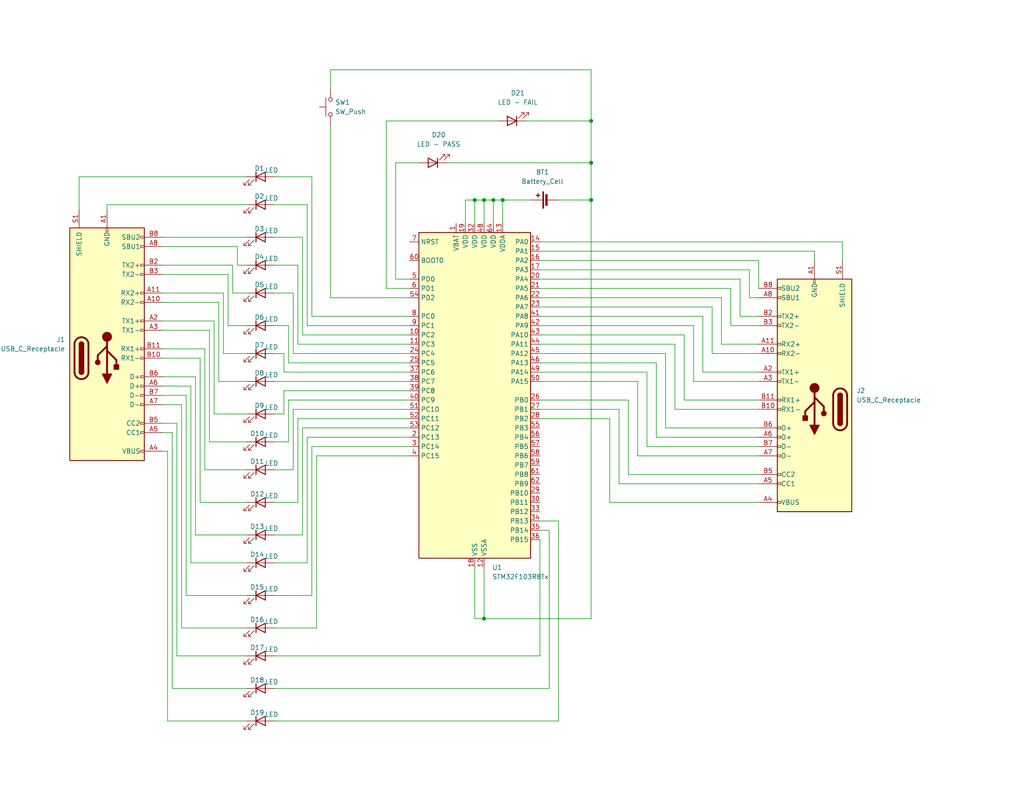
<source format=kicad_sch>
(kicad_sch (version 20231120) (generator "eeschema") (generator_version "8.0")
  (paper "USLetter")
  (title_block (title "USB_CSI") (date "2024-11-20") (rev "1") (company "Yusuf Mohsinally"))
  (lib_symbols
    (symbol "Connector:USB_C_Receptacle" (pin_names (offset 1.016))
      (property "Reference" "J" (at -10.16 29.21 0))
      (property "Value" "USB_C_Receptacle" (at 10.16 29.21 0))
      (symbol "USB_C_Receptacle_0_0"
        (rectangle (start -0.254 -35.56) (end 0.254 -34.544))
        (rectangle (start 10.16 -32.766) (end 9.144 -33.274))
        (rectangle (start 10.16 -30.226) (end 9.144 -30.734))
        (rectangle (start 10.16 -25.146) (end 9.144 -25.654))
        (rectangle (start 10.16 -22.606) (end 9.144 -23.114))
        (rectangle (start 10.16 -17.526) (end 9.144 -18.034))
        (rectangle (start 10.16 -14.986) (end 9.144 -15.494))
        (rectangle (start 10.16 -9.906) (end 9.144 -10.414))
        (rectangle (start 10.16 -7.366) (end 9.144 -7.874))
        (rectangle (start 10.16 -2.286) (end 9.144 -2.794))
        (rectangle (start 10.16 0.254) (end 9.144 -0.254))
        (rectangle (start 10.16 5.334) (end 9.144 4.826))
        (rectangle (start 10.16 7.874) (end 9.144 7.366))
        (rectangle (start 10.16 10.414) (end 9.144 9.906))
        (rectangle (start 10.16 12.954) (end 9.144 12.446))
        (rectangle (start 10.16 18.034) (end 9.144 17.526))
        (rectangle (start 10.16 20.574) (end 9.144 20.066))
        (rectangle (start 10.16 25.654) (end 9.144 25.146))
      )
      (symbol "USB_C_Receptacle_0_1"
        (rectangle (start -10.16 27.94) (end 10.16 -35.56) (stroke (width 0.254)) (fill (type background)))
        (arc (start -8.89 -3.81) (mid -6.985 -5.7067) (end -5.08 -3.81) (stroke (width 0.508)))
        (arc (start -7.62 -3.81) (mid -6.985 -4.4423) (end -6.35 -3.81) (stroke (width 0.254)))
        (arc (start -7.62 -3.81) (mid -6.985 -4.4423) (end -6.35 -3.81) (stroke (width 0.254)) (fill (type outline)))
        (rectangle (start -7.62 -3.81) (end -6.35 3.81) (stroke (width 0.254)) (fill (type outline)))
        (arc (start -6.35 3.81) (mid -6.985 4.4423) (end -7.62 3.81) (stroke (width 0.254)))
        (arc (start -6.35 3.81) (mid -6.985 4.4423) (end -7.62 3.81) (stroke (width 0.254)) (fill (type outline)))
        (arc (start -5.08 3.81) (mid -6.985 5.7067) (end -8.89 3.81) (stroke (width 0.508)))
        (polyline (pts (xy -8.89 -3.81) (xy -8.89 3.81)) (stroke (width 0.508)))
        (polyline (pts (xy -5.08 3.81) (xy -5.08 -3.81)) (stroke (width 0.508)))
      )
      (symbol "USB_C_Receptacle_1_1"
        (circle (center -2.54 1.143) (radius 0.635) (stroke (width 0.254)) (fill (type outline)))
        (circle (center 0 -5.842) (radius 1.27) (fill (type outline)))
        (polyline (pts (xy 0 -5.842) (xy 0 4.318)) (stroke (width 0.508)))
        (polyline (pts (xy 0 -3.302) (xy -2.54 -0.762) (xy -2.54 0.508)) (stroke (width 0.508)))
        (polyline (pts (xy 0 -2.032) (xy 2.54 0.508) (xy 2.54 1.778)) (stroke (width 0.508)))
        (polyline (pts (xy -1.27 4.318) (xy 0 6.858) (xy 1.27 4.318) (xy -1.27 4.318)) (stroke (width 0.254)) (fill (type outline)))
        (rectangle (start 1.905 1.778) (end 3.175 3.048) (stroke (width 0.254)) (fill (type outline)))
        (pin passive line (at 0 -40.64 90) (length 5.08) (name "GND") (number "A1"))
        (pin bidirectional line (at 15.24 -15.24 180) (length 5.08) (name "RX2-") (number "A10"))
        (pin bidirectional line (at 15.24 -17.78 180) (length 5.08) (name "RX2+") (number "A11"))
        (pin passive line (at 0 -40.64 90) (length 5.08) hide (name "GND") (number "A12"))
        (pin bidirectional line (at 15.24 -10.16 180) (length 5.08) (name "TX1+") (number "A2"))
        (pin bidirectional line (at 15.24 -7.62 180) (length 5.08) (name "TX1-") (number "A3"))
        (pin passive line (at 15.24 25.4 180) (length 5.08) (name "VBUS") (number "A4"))
        (pin bidirectional line (at 15.24 20.32 180) (length 5.08) (name "CC1") (number "A5"))
        (pin bidirectional line (at 15.24 7.62 180) (length 5.08) (name "D+") (number "A6"))
        (pin bidirectional line (at 15.24 12.7 180) (length 5.08) (name "D-") (number "A7"))
        (pin bidirectional line (at 15.24 -30.48 180) (length 5.08) (name "SBU1") (number "A8"))
        (pin passive line (at 15.24 25.4 180) (length 5.08) hide (name "VBUS") (number "A9"))
        (pin passive line (at 0 -40.64 90) (length 5.08) hide (name "GND") (number "B1"))
        (pin bidirectional line (at 15.24 0 180) (length 5.08) (name "RX1-") (number "B10"))
        (pin bidirectional line (at 15.24 -2.54 180) (length 5.08) (name "RX1+") (number "B11"))
        (pin passive line (at 0 -40.64 90) (length 5.08) hide (name "GND") (number "B12"))
        (pin bidirectional line (at 15.24 -25.4 180) (length 5.08) (name "TX2+") (number "B2"))
        (pin bidirectional line (at 15.24 -22.86 180) (length 5.08) (name "TX2-") (number "B3"))
        (pin passive line (at 15.24 25.4 180) (length 5.08) hide (name "VBUS") (number "B4"))
        (pin bidirectional line (at 15.24 17.78 180) (length 5.08) (name "CC2") (number "B5"))
        (pin bidirectional line (at 15.24 5.08 180) (length 5.08) (name "D+") (number "B6"))
        (pin bidirectional line (at 15.24 10.16 180) (length 5.08) (name "D-") (number "B7"))
        (pin bidirectional line (at 15.24 -33.02 180) (length 5.08) (name "SBU2") (number "B8"))
        (pin passive line (at 15.24 25.4 180) (length 5.08) hide (name "VBUS") (number "B9"))
        (pin passive line (at -7.62 -40.64 90) (length 5.08) (name "SHIELD") (number "S1"))
      )
    )
    (symbol "Device:Battery_Cell" (pin_numbers hide) (pin_names (offset 0) hide)
      (property "Reference" "BT" (at 2.54 2.54 0))
      (property "Value" "Battery_Cell" (at 2.54 0 0))
      (symbol "Battery_Cell_0_1"
        (rectangle (start -2.286 1.778) (end 2.286 1.524) (fill (type outline)))
        (rectangle (start -1.524 1.016) (end 1.524 0.508) (fill (type outline)))
        (polyline (pts (xy 0 0.762) (xy 0 0)))
        (polyline (pts (xy 0 1.778) (xy 0 2.54)))
        (polyline (pts (xy 0.762 3.048) (xy 1.778 3.048)) (stroke (width 0.254)))
        (polyline (pts (xy 1.27 3.556) (xy 1.27 2.54)) (stroke (width 0.254)))
      )
      (symbol "Battery_Cell_1_1"
        (pin passive line (at 0 5.08 270) (length 2.54) (name "+") (number "1"))
        (pin passive line (at 0 -2.54 90) (length 2.54) (name "-") (number "2"))
      )
    )
    (symbol "Device:LED" (pin_numbers hide) (pin_names (offset 1.016) hide)
      (property "Reference" "D" (at 0 2.54 0))
      (property "Value" "LED" (at 0 -2.54 0))
      (symbol "LED_0_1"
        (polyline (pts (xy -1.27 -1.27) (xy -1.27 1.27)) (stroke (width 0.254)))
        (polyline (pts (xy -1.27 0) (xy 1.27 0)))
        (polyline (pts (xy 1.27 -1.27) (xy 1.27 1.27) (xy -1.27 0) (xy 1.27 -1.27)) (stroke (width 0.254)))
        (polyline (pts (xy -3.048 -0.762) (xy -4.572 -2.286) (xy -3.81 -2.286) (xy -4.572 -2.286) (xy -4.572 -1.524)))
        (polyline (pts (xy -1.778 -0.762) (xy -3.302 -2.286) (xy -2.54 -2.286) (xy -3.302 -2.286) (xy -3.302 -1.524)))
      )
      (symbol "LED_1_1"
        (pin passive line (at -3.81 0 0) (length 2.54) (name "K") (number "1"))
        (pin passive line (at 3.81 0 180) (length 2.54) (name "A") (number "2"))
      )
    )
    (symbol "MCU_ST_STM32F1:STM32F103R8Tx"
      (property "Reference" "U" (at -15.24 46.99 0))
      (property "Value" "STM32F103R8Tx" (at 10.16 46.99 0))
      (symbol "STM32F103R8Tx_0_1"
        (rectangle (start -15.24 -43.18) (end 15.24 45.72) (stroke (width 0.254)) (fill (type background)))
      )
      (symbol "STM32F103R8Tx_1_1"
        (pin power_in line (at -5.08 48.26 270) (length 2.54) (name "VBAT") (number "1"))
        (pin bidirectional line (at -17.78 17.78 0) (length 2.54) (name "PC2") (number "10"))
        (pin bidirectional line (at -17.78 15.24 0) (length 2.54) (name "PC3") (number "11"))
        (pin power_in line (at 2.54 -45.72 90) (length 2.54) (name "VSSA") (number "12"))
        (pin power_in line (at 7.62 48.26 270) (length 2.54) (name "VDDA") (number "13"))
        (pin bidirectional line (at 17.78 43.18 180) (length 2.54) (name "PA0") (number "14"))
        (pin bidirectional line (at 17.78 40.64 180) (length 2.54) (name "PA1") (number "15"))
        (pin bidirectional line (at 17.78 38.1 180) (length 2.54) (name "PA2") (number "16"))
        (pin bidirectional line (at 17.78 35.56 180) (length 2.54) (name "PA3") (number "17"))
        (pin power_in line (at 0 -45.72 90) (length 2.54) (name "VSS") (number "18"))
        (pin power_in line (at -2.54 48.26 270) (length 2.54) (name "VDD") (number "19"))
        (pin bidirectional line (at -17.78 -10.16 0) (length 2.54) (name "PC13") (number "2"))
        (pin bidirectional line (at 17.78 33.02 180) (length 2.54) (name "PA4") (number "20"))
        (pin bidirectional line (at 17.78 30.48 180) (length 2.54) (name "PA5") (number "21"))
        (pin bidirectional line (at 17.78 27.94 180) (length 2.54) (name "PA6") (number "22"))
        (pin bidirectional line (at 17.78 25.4 180) (length 2.54) (name "PA7") (number "23"))
        (pin bidirectional line (at -17.78 12.7 0) (length 2.54) (name "PC4") (number "24"))
        (pin bidirectional line (at -17.78 10.16 0) (length 2.54) (name "PC5") (number "25"))
        (pin bidirectional line (at 17.78 0 180) (length 2.54) (name "PB0") (number "26"))
        (pin bidirectional line (at 17.78 -2.54 180) (length 2.54) (name "PB1") (number "27"))
        (pin bidirectional line (at 17.78 -5.08 180) (length 2.54) (name "PB2") (number "28"))
        (pin bidirectional line (at 17.78 -25.4 180) (length 2.54) (name "PB10") (number "29"))
        (pin bidirectional line (at -17.78 -12.7 0) (length 2.54) (name "PC14") (number "3"))
        (pin bidirectional line (at 17.78 -27.94 180) (length 2.54) (name "PB11") (number "30"))
        (pin passive line (at 0 -45.72 90) (length 2.54) hide (name "VSS") (number "31"))
        (pin power_in line (at 0 48.26 270) (length 2.54) (name "VDD") (number "32"))
        (pin bidirectional line (at 17.78 -30.48 180) (length 2.54) (name "PB12") (number "33"))
        (pin bidirectional line (at 17.78 -33.02 180) (length 2.54) (name "PB13") (number "34"))
        (pin bidirectional line (at 17.78 -35.56 180) (length 2.54) (name "PB14") (number "35"))
        (pin bidirectional line (at 17.78 -38.1 180) (length 2.54) (name "PB15") (number "36"))
        (pin bidirectional line (at -17.78 7.62 0) (length 2.54) (name "PC6") (number "37"))
        (pin bidirectional line (at -17.78 5.08 0) (length 2.54) (name "PC7") (number "38"))
        (pin bidirectional line (at -17.78 2.54 0) (length 2.54) (name "PC8") (number "39"))
        (pin bidirectional line (at -17.78 -15.24 0) (length 2.54) (name "PC15") (number "4"))
        (pin bidirectional line (at -17.78 0 0) (length 2.54) (name "PC9") (number "40"))
        (pin bidirectional line (at 17.78 22.86 180) (length 2.54) (name "PA8") (number "41"))
        (pin bidirectional line (at 17.78 20.32 180) (length 2.54) (name "PA9") (number "42"))
        (pin bidirectional line (at 17.78 17.78 180) (length 2.54) (name "PA10") (number "43"))
        (pin bidirectional line (at 17.78 15.24 180) (length 2.54) (name "PA11") (number "44"))
        (pin bidirectional line (at 17.78 12.7 180) (length 2.54) (name "PA12") (number "45"))
        (pin bidirectional line (at 17.78 10.16 180) (length 2.54) (name "PA13") (number "46"))
        (pin passive line (at 0 -45.72 90) (length 2.54) hide (name "VSS") (number "47"))
        (pin power_in line (at 2.54 48.26 270) (length 2.54) (name "VDD") (number "48"))
        (pin bidirectional line (at 17.78 7.62 180) (length 2.54) (name "PA14") (number "49"))
        (pin bidirectional line (at -17.78 33.02 0) (length 2.54) (name "PD0") (number "5"))
        (pin bidirectional line (at 17.78 5.08 180) (length 2.54) (name "PA15") (number "50"))
        (pin bidirectional line (at -17.78 -2.54 0) (length 2.54) (name "PC10") (number "51"))
        (pin bidirectional line (at -17.78 -5.08 0) (length 2.54) (name "PC11") (number "52"))
        (pin bidirectional line (at -17.78 -7.62 0) (length 2.54) (name "PC12") (number "53"))
        (pin bidirectional line (at -17.78 27.94 0) (length 2.54) (name "PD2") (number "54"))
        (pin bidirectional line (at 17.78 -7.62 180) (length 2.54) (name "PB3") (number "55"))
        (pin bidirectional line (at 17.78 -10.16 180) (length 2.54) (name "PB4") (number "56"))
        (pin bidirectional line (at 17.78 -12.7 180) (length 2.54) (name "PB5") (number "57"))
        (pin bidirectional line (at 17.78 -15.24 180) (length 2.54) (name "PB6") (number "58"))
        (pin bidirectional line (at 17.78 -17.78 180) (length 2.54) (name "PB7") (number "59"))
        (pin bidirectional line (at -17.78 30.48 0) (length 2.54) (name "PD1") (number "6"))
        (pin input line (at -17.78 38.1 0) (length 2.54) (name "BOOT0") (number "60"))
        (pin bidirectional line (at 17.78 -20.32 180) (length 2.54) (name "PB8") (number "61"))
        (pin bidirectional line (at 17.78 -22.86 180) (length 2.54) (name "PB9") (number "62"))
        (pin passive line (at 0 -45.72 90) (length 2.54) hide (name "VSS") (number "63"))
        (pin power_in line (at 5.08 48.26 270) (length 2.54) (name "VDD") (number "64"))
        (pin input line (at -17.78 43.18 0) (length 2.54) (name "NRST") (number "7"))
        (pin bidirectional line (at -17.78 22.86 0) (length 2.54) (name "PC0") (number "8"))
        (pin bidirectional line (at -17.78 20.32 0) (length 2.54) (name "PC1") (number "9"))
      )
    )
    (symbol "Switch:SW_Push" (pin_numbers hide) (pin_names (offset 1.016) hide)
      (property "Reference" "SW" (at 1.27 2.54 0))
      (property "Value" "SW_Push" (at 0 -1.524 0))
      (symbol "SW_Push_0_1"
        (circle (center -2.032 0) (radius 0.508))
        (polyline (pts (xy 0 1.27) (xy 0 3.048)))
        (polyline (pts (xy 2.54 1.27) (xy -2.54 1.27)))
        (circle (center 2.032 0) (radius 0.508))
        (pin passive line (at -5.08 0 0) (length 2.54) (name "1") (number "1"))
        (pin passive line (at 5.08 0 180) (length 2.54) (name "2") (number "2"))
      )
    )
  )
  (junction (at 134.62 54.61))
  (junction (at 132.08 168.91))
  (junction (at 132.08 54.61))
  (junction (at 161.29 33.02))
  (junction (at 137.16 54.61))
  (junction (at 161.29 54.61))
  (junction (at 161.29 44.45))
  (junction (at 129.54 54.61))
  (wire (pts (xy 44.45 87.63) (xy 58.42 87.63)))
  (wire (pts (xy 80.01 128.27) (xy 80.01 111.76)))
  (wire (pts (xy 147.32 179.07) (xy 147.32 147.32)))
  (wire (pts (xy 52.07 153.67) (xy 67.31 153.67)))
  (wire (pts (xy 111.76 78.74) (xy 105.41 78.74)))
  (wire (pts (xy 204.47 73.66) (xy 204.47 81.28)))
  (wire (pts (xy 181.61 96.52) (xy 181.61 116.84)))
  (wire (pts (xy 62.23 74.93) (xy 44.45 74.93)))
  (wire (pts (xy 53.34 102.87) (xy 53.34 146.05)))
  (wire (pts (xy 74.93 55.88) (xy 83.82 55.88)))
  (wire (pts (xy 55.88 95.25) (xy 55.88 128.27)))
  (wire (pts (xy 86.36 124.46) (xy 111.76 124.46)))
  (wire (pts (xy 147.32 91.44) (xy 186.69 91.44)))
  (wire (pts (xy 152.4 196.85) (xy 152.4 142.24)))
  (wire (pts (xy 48.26 115.57) (xy 48.26 179.07)))
  (wire (pts (xy 49.53 171.45) (xy 67.31 171.45)))
  (wire (pts (xy 204.47 81.28) (xy 207.01 81.28)))
  (wire (pts (xy 199.39 88.9) (xy 207.01 88.9)))
  (wire (pts (xy 60.96 96.52) (xy 60.96 80.01)))
  (wire (pts (xy 147.32 81.28) (xy 196.85 81.28)))
  (wire (pts (xy 105.41 33.02) (xy 135.89 33.02)))
  (wire (pts (xy 74.93 88.9) (xy 78.74 88.9)))
  (wire (pts (xy 63.5 72.39) (xy 63.5 80.01)))
  (wire (pts (xy 229.87 66.04) (xy 229.87 71.12)))
  (wire (pts (xy 194.31 83.82) (xy 194.31 96.52)))
  (wire (pts (xy 74.93 113.03) (xy 77.47 113.03)))
  (wire (pts (xy 90.17 81.28) (xy 111.76 81.28)))
  (wire (pts (xy 134.62 54.61) (xy 132.08 54.61)))
  (wire (pts (xy 74.93 120.65) (xy 78.74 120.65)))
  (wire (pts (xy 21.59 48.26) (xy 21.59 57.15)))
  (wire (pts (xy 80.01 111.76) (xy 111.76 111.76)))
  (wire (pts (xy 173.99 124.46) (xy 207.01 124.46)))
  (wire (pts (xy 74.93 162.56) (xy 85.09 162.56)))
  (wire (pts (xy 147.32 104.14) (xy 173.99 104.14)))
  (wire (pts (xy 81.28 137.16) (xy 81.28 114.3)))
  (wire (pts (xy 149.86 144.78) (xy 147.32 144.78)))
  (wire (pts (xy 52.07 105.41) (xy 52.07 153.67)))
  (wire (pts (xy 189.23 104.14) (xy 207.01 104.14)))
  (wire (pts (xy 199.39 78.74) (xy 199.39 88.9)))
  (wire (pts (xy 44.45 97.79) (xy 54.61 97.79)))
  (wire (pts (xy 161.29 44.45) (xy 161.29 54.61)))
  (wire (pts (xy 186.69 91.44) (xy 186.69 109.22)))
  (wire (pts (xy 58.42 87.63) (xy 58.42 113.03)))
  (wire (pts (xy 168.91 111.76) (xy 168.91 132.08)))
  (wire (pts (xy 44.45 123.19) (xy 45.72 123.19)))
  (wire (pts (xy 147.32 109.22) (xy 171.45 109.22)))
  (wire (pts (xy 194.31 96.52) (xy 207.01 96.52)))
  (wire (pts (xy 144.78 54.61) (xy 137.16 54.61)))
  (wire (pts (xy 83.82 88.9) (xy 111.76 88.9)))
  (wire (pts (xy 132.08 168.91) (xy 129.54 168.91)))
  (wire (pts (xy 147.32 111.76) (xy 168.91 111.76)))
  (wire (pts (xy 74.93 137.16) (xy 81.28 137.16)))
  (wire (pts (xy 50.8 162.56) (xy 67.31 162.56)))
  (wire (pts (xy 161.29 54.61) (xy 161.29 168.91)))
  (wire (pts (xy 80.01 96.52) (xy 111.76 96.52)))
  (wire (pts (xy 74.93 171.45) (xy 86.36 171.45)))
  (wire (pts (xy 132.08 154.94) (xy 132.08 168.91)))
  (wire (pts (xy 83.82 153.67) (xy 83.82 119.38)))
  (wire (pts (xy 74.93 104.14) (xy 111.76 104.14)))
  (wire (pts (xy 147.32 76.2) (xy 201.93 76.2)))
  (wire (pts (xy 90.17 19.05) (xy 161.29 19.05)))
  (wire (pts (xy 86.36 171.45) (xy 86.36 124.46)))
  (wire (pts (xy 147.32 114.3) (xy 166.37 114.3)))
  (wire (pts (xy 207.01 71.12) (xy 207.01 78.74)))
  (wire (pts (xy 176.53 121.92) (xy 207.01 121.92)))
  (wire (pts (xy 44.45 118.11) (xy 46.99 118.11)))
  (wire (pts (xy 74.93 72.39) (xy 81.28 72.39)))
  (wire (pts (xy 179.07 119.38) (xy 207.01 119.38)))
  (wire (pts (xy 57.15 90.17) (xy 57.15 120.65)))
  (wire (pts (xy 59.69 82.55) (xy 59.69 104.14)))
  (wire (pts (xy 60.96 80.01) (xy 44.45 80.01)))
  (wire (pts (xy 137.16 54.61) (xy 137.16 60.96)))
  (wire (pts (xy 161.29 19.05) (xy 161.29 33.02)))
  (wire (pts (xy 50.8 107.95) (xy 50.8 162.56)))
  (wire (pts (xy 147.32 101.6) (xy 176.53 101.6)))
  (wire (pts (xy 44.45 110.49) (xy 49.53 110.49)))
  (wire (pts (xy 137.16 54.61) (xy 134.62 54.61)))
  (wire (pts (xy 107.95 44.45) (xy 114.3 44.45)))
  (wire (pts (xy 29.21 55.88) (xy 67.31 55.88)))
  (wire (pts (xy 147.32 66.04) (xy 229.87 66.04)))
  (wire (pts (xy 129.54 54.61) (xy 127 54.61)))
  (wire (pts (xy 57.15 120.65) (xy 67.31 120.65)))
  (wire (pts (xy 44.45 72.39) (xy 63.5 72.39)))
  (wire (pts (xy 222.25 68.58) (xy 222.25 71.12)))
  (wire (pts (xy 147.32 86.36) (xy 191.77 86.36)))
  (wire (pts (xy 44.45 82.55) (xy 59.69 82.55)))
  (wire (pts (xy 176.53 101.6) (xy 176.53 121.92)))
  (wire (pts (xy 74.93 153.67) (xy 83.82 153.67)))
  (wire (pts (xy 78.74 88.9) (xy 78.74 99.06)))
  (wire (pts (xy 186.69 109.22) (xy 207.01 109.22)))
  (wire (pts (xy 201.93 76.2) (xy 201.93 86.36)))
  (wire (pts (xy 44.45 107.95) (xy 50.8 107.95)))
  (wire (pts (xy 184.15 93.98) (xy 184.15 111.76)))
  (wire (pts (xy 201.93 86.36) (xy 207.01 86.36)))
  (wire (pts (xy 78.74 109.22) (xy 111.76 109.22)))
  (wire (pts (xy 62.23 88.9) (xy 62.23 74.93)))
  (wire (pts (xy 132.08 168.91) (xy 161.29 168.91)))
  (wire (pts (xy 54.61 97.79) (xy 54.61 137.16)))
  (wire (pts (xy 121.92 44.45) (xy 161.29 44.45)))
  (wire (pts (xy 147.32 96.52) (xy 181.61 96.52)))
  (wire (pts (xy 147.32 88.9) (xy 189.23 88.9)))
  (wire (pts (xy 181.61 116.84) (xy 207.01 116.84)))
  (wire (pts (xy 173.99 104.14) (xy 173.99 124.46)))
  (wire (pts (xy 74.93 64.77) (xy 82.55 64.77)))
  (wire (pts (xy 48.26 179.07) (xy 67.31 179.07)))
  (wire (pts (xy 77.47 96.52) (xy 77.47 101.6)))
  (wire (pts (xy 74.93 179.07) (xy 147.32 179.07)))
  (wire (pts (xy 74.93 146.05) (xy 82.55 146.05)))
  (wire (pts (xy 80.01 80.01) (xy 80.01 96.52)))
  (wire (pts (xy 179.07 99.06) (xy 179.07 119.38)))
  (wire (pts (xy 82.55 64.77) (xy 82.55 91.44)))
  (wire (pts (xy 90.17 24.13) (xy 90.17 19.05)))
  (wire (pts (xy 55.88 128.27) (xy 67.31 128.27)))
  (wire (pts (xy 46.99 118.11) (xy 46.99 187.96)))
  (wire (pts (xy 54.61 137.16) (xy 67.31 137.16)))
  (wire (pts (xy 74.93 80.01) (xy 80.01 80.01)))
  (wire (pts (xy 147.32 73.66) (xy 204.47 73.66)))
  (wire (pts (xy 161.29 33.02) (xy 161.29 44.45)))
  (wire (pts (xy 74.93 128.27) (xy 80.01 128.27)))
  (wire (pts (xy 45.72 123.19) (xy 45.72 196.85)))
  (wire (pts (xy 168.91 132.08) (xy 207.01 132.08)))
  (wire (pts (xy 53.34 146.05) (xy 67.31 146.05)))
  (wire (pts (xy 134.62 54.61) (xy 134.62 60.96)))
  (wire (pts (xy 82.55 91.44) (xy 111.76 91.44)))
  (wire (pts (xy 81.28 114.3) (xy 111.76 114.3)))
  (wire (pts (xy 132.08 54.61) (xy 129.54 54.61)))
  (wire (pts (xy 196.85 93.98) (xy 207.01 93.98)))
  (wire (pts (xy 85.09 86.36) (xy 111.76 86.36)))
  (wire (pts (xy 107.95 76.2) (xy 107.95 44.45)))
  (wire (pts (xy 44.45 95.25) (xy 55.88 95.25)))
  (wire (pts (xy 74.93 187.96) (xy 149.86 187.96)))
  (wire (pts (xy 74.93 96.52) (xy 77.47 96.52)))
  (wire (pts (xy 147.32 93.98) (xy 184.15 93.98)))
  (wire (pts (xy 85.09 48.26) (xy 85.09 86.36)))
  (wire (pts (xy 161.29 54.61) (xy 152.4 54.61)))
  (wire (pts (xy 45.72 196.85) (xy 67.31 196.85)))
  (wire (pts (xy 67.31 72.39) (xy 64.77 72.39)))
  (wire (pts (xy 62.23 88.9) (xy 67.31 88.9)))
  (wire (pts (xy 105.41 78.74) (xy 105.41 33.02)))
  (wire (pts (xy 83.82 55.88) (xy 83.82 88.9)))
  (wire (pts (xy 77.47 113.03) (xy 77.47 106.68)))
  (wire (pts (xy 166.37 114.3) (xy 166.37 137.16)))
  (wire (pts (xy 143.51 33.02) (xy 161.29 33.02)))
  (wire (pts (xy 82.55 116.84) (xy 111.76 116.84)))
  (wire (pts (xy 67.31 96.52) (xy 60.96 96.52)))
  (wire (pts (xy 82.55 146.05) (xy 82.55 116.84)))
  (wire (pts (xy 77.47 106.68) (xy 111.76 106.68)))
  (wire (pts (xy 78.74 99.06) (xy 111.76 99.06)))
  (wire (pts (xy 147.32 68.58) (xy 222.25 68.58)))
  (wire (pts (xy 44.45 102.87) (xy 53.34 102.87)))
  (wire (pts (xy 85.09 121.92) (xy 111.76 121.92)))
  (wire (pts (xy 147.32 99.06) (xy 179.07 99.06)))
  (wire (pts (xy 85.09 162.56) (xy 85.09 121.92)))
  (wire (pts (xy 147.32 71.12) (xy 207.01 71.12)))
  (wire (pts (xy 189.23 88.9) (xy 189.23 104.14)))
  (wire (pts (xy 83.82 119.38) (xy 111.76 119.38)))
  (wire (pts (xy 147.32 83.82) (xy 194.31 83.82)))
  (wire (pts (xy 129.54 168.91) (xy 129.54 154.94)))
  (wire (pts (xy 64.77 67.31) (xy 44.45 67.31)))
  (wire (pts (xy 63.5 80.01) (xy 67.31 80.01)))
  (wire (pts (xy 191.77 86.36) (xy 191.77 101.6)))
  (wire (pts (xy 196.85 81.28) (xy 196.85 93.98)))
  (wire (pts (xy 171.45 109.22) (xy 171.45 129.54)))
  (wire (pts (xy 132.08 54.61) (xy 132.08 60.96)))
  (wire (pts (xy 127 54.61) (xy 127 60.96)))
  (wire (pts (xy 166.37 137.16) (xy 207.01 137.16)))
  (wire (pts (xy 129.54 54.61) (xy 129.54 60.96)))
  (wire (pts (xy 152.4 142.24) (xy 147.32 142.24)))
  (wire (pts (xy 58.42 113.03) (xy 67.31 113.03)))
  (wire (pts (xy 81.28 93.98) (xy 111.76 93.98)))
  (wire (pts (xy 81.28 72.39) (xy 81.28 93.98)))
  (wire (pts (xy 67.31 64.77) (xy 44.45 64.77)))
  (wire (pts (xy 44.45 115.57) (xy 48.26 115.57)))
  (wire (pts (xy 64.77 72.39) (xy 64.77 67.31)))
  (wire (pts (xy 111.76 76.2) (xy 107.95 76.2)))
  (wire (pts (xy 184.15 111.76) (xy 207.01 111.76)))
  (wire (pts (xy 191.77 101.6) (xy 207.01 101.6)))
  (wire (pts (xy 46.99 187.96) (xy 67.31 187.96)))
  (wire (pts (xy 90.17 34.29) (xy 90.17 81.28)))
  (wire (pts (xy 44.45 105.41) (xy 52.07 105.41)))
  (wire (pts (xy 147.32 78.74) (xy 199.39 78.74)))
  (wire (pts (xy 77.47 101.6) (xy 111.76 101.6)))
  (wire (pts (xy 21.59 48.26) (xy 67.31 48.26)))
  (wire (pts (xy 44.45 90.17) (xy 57.15 90.17)))
  (wire (pts (xy 29.21 55.88) (xy 29.21 57.15)))
  (wire (pts (xy 59.69 104.14) (xy 67.31 104.14)))
  (wire (pts (xy 149.86 187.96) (xy 149.86 144.78)))
  (wire (pts (xy 74.93 196.85) (xy 152.4 196.85)))
  (wire (pts (xy 49.53 110.49) (xy 49.53 171.45)))
  (wire (pts (xy 78.74 120.65) (xy 78.74 109.22)))
  (wire (pts (xy 74.93 48.26) (xy 85.09 48.26)))
  (wire (pts (xy 171.45 129.54) (xy 207.01 129.54)))
  (symbol (lib_id "Device:LED") (at 139.7 33.02 180) (unit 1)
    (property "Reference" "D21" (at 141.2875 25.4 0))
    (property "Value" "LED - FAIL" (at 141.2875 27.94 0))
    (property "Description" "Light emitting diode" (effects (hide yes)))
  )
  (symbol (lib_id "Device:LED") (at 71.12 55.88 0) (unit 1)
    (property "Reference" "D2" (at 72.136 53.594 0) (effects (justify right)))
    (property "Value" "LED" (at 75.946 54.102 0) (effects (justify right)))
    (property "Description" "Light emitting diode" (effects (hide yes)))
  )
  (symbol (lib_id "Device:LED") (at 71.12 120.65 0) (unit 1)
    (property "Reference" "D10" (at 72.136 118.364 0) (effects (justify right)))
    (property "Value" "LED" (at 75.946 118.872 0) (effects (justify right)))
    (property "Description" "Light emitting diode" (effects (hide yes)))
  )
  (symbol (lib_id "Device:LED") (at 71.12 196.85 0) (unit 1)
    (property "Reference" "D19" (at 72.136 194.564 0) (effects (justify right)))
    (property "Value" "LED" (at 75.946 195.072 0) (effects (justify right)))
    (property "Description" "Light emitting diode" (effects (hide yes)))
  )
  (symbol (lib_id "Device:LED") (at 71.12 88.9 0) (unit 1)
    (property "Reference" "D6" (at 72.136 86.614 0) (effects (justify right)))
    (property "Value" "LED" (at 75.946 87.122 0) (effects (justify right)))
    (property "Description" "Light emitting diode" (effects (hide yes)))
  )
  (symbol (lib_id "Switch:SW_Push") (at 90.17 29.21 90) (unit 1)
    (property "Reference" "SW1" (at 91.44 27.9399 90) (effects (justify right)))
    (property "Value" "SW_Push" (at 91.44 30.4799 90) (effects (justify right)))
    (property "Description" "Push button switch, generic, two pins" (effects (hide yes)))
  )
  (symbol (lib_id "Device:LED") (at 71.12 72.39 0) (unit 1)
    (property "Reference" "D4" (at 72.136 70.104 0) (effects (justify right)))
    (property "Value" "LED" (at 75.946 70.612 0) (effects (justify right)))
    (property "Description" "Light emitting diode" (effects (hide yes)))
  )
  (symbol (lib_id "Device:LED") (at 71.12 96.52 0) (unit 1)
    (property "Reference" "D7" (at 72.136 94.234 0) (effects (justify right)))
    (property "Value" "LED" (at 75.946 94.742 0) (effects (justify right)))
    (property "Description" "Light emitting diode" (effects (hide yes)))
  )
  (symbol (lib_id "Device:LED") (at 71.12 80.01 0) (unit 1)
    (property "Reference" "D5" (at 72.136 77.724 0) (effects (justify right)))
    (property "Value" "LED" (at 75.946 78.232 0) (effects (justify right)))
    (property "Description" "Light emitting diode" (effects (hide yes)))
  )
  (symbol (lib_id "Device:LED") (at 71.12 128.27 0) (unit 1)
    (property "Reference" "D11" (at 72.136 125.984 0) (effects (justify right)))
    (property "Value" "LED" (at 75.946 126.492 0) (effects (justify right)))
    (property "Description" "Light emitting diode" (effects (hide yes)))
  )
  (symbol (lib_id "Device:LED") (at 71.12 179.07 0) (unit 1)
    (property "Reference" "D17" (at 72.136 176.784 0) (effects (justify right)))
    (property "Value" "LED" (at 75.946 177.292 0) (effects (justify right)))
    (property "Description" "Light emitting diode" (effects (hide yes)))
  )
  (symbol (lib_id "Device:LED") (at 71.12 137.16 0) (unit 1)
    (property "Reference" "D12" (at 72.136 134.874 0) (effects (justify right)))
    (property "Value" "LED" (at 75.946 135.382 0) (effects (justify right)))
    (property "Description" "Light emitting diode" (effects (hide yes)))
  )
  (symbol (lib_id "Connector:USB_C_Receptacle") (at 29.21 97.79 0) (mirror x) (unit 1)
    (property "Reference" "J1" (at 17.78 92.7099 0) (effects (justify right)))
    (property "Value" "USB_C_Receptacle" (at 17.78 95.2499 0) (effects (justify right)))
    (property "Datasheet" "https://www.usb.org/sites/default/files/documents/usb_type-c.zip" (effects (hide yes)))
    (property "Description" "USB Full-Featured Type-C Receptacle connector" (effects (hide yes)))
  )
  (symbol (lib_id "Device:LED") (at 71.12 162.56 0) (unit 1)
    (property "Reference" "D15" (at 72.136 160.274 0) (effects (justify right)))
    (property "Value" "LED" (at 75.946 160.782 0) (effects (justify right)))
    (property "Description" "Light emitting diode" (effects (hide yes)))
  )
  (symbol (lib_id "Device:LED") (at 71.12 113.03 0) (unit 1)
    (property "Reference" "D9" (at 72.136 110.744 0) (effects (justify right)))
    (property "Value" "LED" (at 75.946 111.252 0) (effects (justify right)))
    (property "Description" "Light emitting diode" (effects (hide yes)))
  )
  (symbol (lib_id "MCU_ST_STM32F1:STM32F103R8Tx") (at 129.54 109.22 0) (unit 1)
    (property "Reference" "U1" (at 134.2741 154.94 0) (effects (justify left)))
    (property "Value" "STM32F103R8Tx" (at 134.2741 157.48 0) (effects (justify left)))
    (property "Footprint" "Package_QFP:LQFP-64_10x10mm_P0.5mm" (effects (hide yes)))
    (property "Datasheet" "https://www.st.com/resource/en/datasheet/stm32f103r8.pdf" (effects (hide yes)))
    (property "Description" "STMicroelectronics Arm Cortex-M3 MCU, 64KB flash, 20KB RAM, 72 MHz, 2.0-3.6V, 51 GPIO, LQFP64" (effects (hide yes)))
  )
  (symbol (lib_id "Device:LED") (at 71.12 104.14 0) (unit 1)
    (property "Reference" "D8" (at 72.136 101.854 0) (effects (justify right)))
    (property "Value" "LED" (at 75.946 102.362 0) (effects (justify right)))
    (property "Description" "Light emitting diode" (effects (hide yes)))
  )
  (symbol (lib_id "Device:Battery_Cell") (at 149.86 54.61 90) (unit 1)
    (property "Reference" "BT1" (at 148.0185 46.99 90))
    (property "Value" "Battery_Cell" (at 148.0185 49.53 90))
    (property "Description" "Single-cell battery" (effects (hide yes)))
  )
  (symbol (lib_id "Connector:USB_C_Receptacle") (at 222.25 111.76 180) (unit 1)
    (property "Reference" "J2" (at 233.68 106.6799 0) (effects (justify right)))
    (property "Value" "USB_C_Receptacle" (at 233.68 109.2199 0) (effects (justify right)))
    (property "Datasheet" "https://www.usb.org/sites/default/files/documents/usb_type-c.zip" (effects (hide yes)))
    (property "Description" "USB Full-Featured Type-C Receptacle connector" (effects (hide yes)))
  )
  (symbol (lib_id "Device:LED") (at 71.12 64.77 0) (unit 1)
    (property "Reference" "D3" (at 72.136 62.484 0) (effects (justify right)))
    (property "Value" "LED" (at 75.946 62.992 0) (effects (justify right)))
    (property "Description" "Light emitting diode" (effects (hide yes)))
  )
  (symbol (lib_id "Device:LED") (at 71.12 153.67 0) (unit 1)
    (property "Reference" "D14" (at 72.136 151.384 0) (effects (justify right)))
    (property "Value" "LED" (at 75.946 151.892 0) (effects (justify right)))
    (property "Description" "Light emitting diode" (effects (hide yes)))
  )
  (symbol (lib_id "Device:LED") (at 118.11 44.45 180) (unit 1)
    (property "Reference" "D20" (at 119.6975 36.83 0))
    (property "Value" "LED - PASS" (at 119.6975 39.37 0))
    (property "Description" "Light emitting diode" (effects (hide yes)))
  )
  (symbol (lib_id "Device:LED") (at 71.12 48.26 0) (unit 1)
    (property "Reference" "D1" (at 72.136 45.974 0) (effects (justify right)))
    (property "Value" "LED" (at 75.946 46.482 0) (effects (justify right)))
    (property "Description" "Light emitting diode" (effects (hide yes)))
  )
  (symbol (lib_id "Device:LED") (at 71.12 146.05 0) (unit 1)
    (property "Reference" "D13" (at 72.136 143.764 0) (effects (justify right)))
    (property "Value" "LED" (at 75.946 144.272 0) (effects (justify right)))
    (property "Description" "Light emitting diode" (effects (hide yes)))
  )
  (symbol (lib_id "Device:LED") (at 71.12 171.45 0) (unit 1)
    (property "Reference" "D16" (at 72.136 169.164 0) (effects (justify right)))
    (property "Value" "LED" (at 75.946 169.672 0) (effects (justify right)))
    (property "Description" "Light emitting diode" (effects (hide yes)))
  )
  (symbol (lib_id "Device:LED") (at 71.12 187.96 0) (unit 1)
    (property "Reference" "D18" (at 72.136 185.674 0) (effects (justify right)))
    (property "Value" "LED" (at 75.946 186.182 0) (effects (justify right)))
    (property "Description" "Light emitting diode" (effects (hide yes)))
  )
)
</source>
